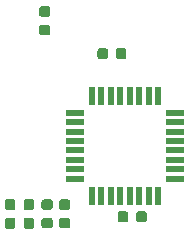
<source format=gbr>
G04 #@! TF.GenerationSoftware,KiCad,Pcbnew,(5.1.5)-3*
G04 #@! TF.CreationDate,2020-06-28T02:30:20+02:00*
G04 #@! TF.ProjectId,XenoGCFlex,58656e6f-4743-4466-9c65-782e6b696361,rev?*
G04 #@! TF.SameCoordinates,Original*
G04 #@! TF.FileFunction,Paste,Top*
G04 #@! TF.FilePolarity,Positive*
%FSLAX46Y46*%
G04 Gerber Fmt 4.6, Leading zero omitted, Abs format (unit mm)*
G04 Created by KiCad (PCBNEW (5.1.5)-3) date 2020-06-28 02:30:20*
%MOMM*%
%LPD*%
G04 APERTURE LIST*
%ADD10R,1.600000X0.550000*%
%ADD11R,0.550000X1.600000*%
%ADD12C,0.100000*%
G04 APERTURE END LIST*
D10*
X145051000Y-75197000D03*
X145051000Y-74397000D03*
X145051000Y-73597000D03*
X145051000Y-72797000D03*
X145051000Y-71997000D03*
X145051000Y-71197000D03*
X145051000Y-70397000D03*
X145051000Y-69597000D03*
D11*
X146501000Y-68147000D03*
X147301000Y-68147000D03*
X148101000Y-68147000D03*
X148901000Y-68147000D03*
X149701000Y-68147000D03*
X150501000Y-68147000D03*
X151301000Y-68147000D03*
X152101000Y-68147000D03*
D10*
X153551000Y-69597000D03*
X153551000Y-70397000D03*
X153551000Y-71197000D03*
X153551000Y-71997000D03*
X153551000Y-72797000D03*
X153551000Y-73597000D03*
X153551000Y-74397000D03*
X153551000Y-75197000D03*
D11*
X152101000Y-76647000D03*
X151301000Y-76647000D03*
X150501000Y-76647000D03*
X149701000Y-76647000D03*
X148901000Y-76647000D03*
X148101000Y-76647000D03*
X147301000Y-76647000D03*
X146501000Y-76647000D03*
D12*
G36*
X142786691Y-62177153D02*
G01*
X142807926Y-62180303D01*
X142828750Y-62185519D01*
X142848962Y-62192751D01*
X142868368Y-62201930D01*
X142886781Y-62212966D01*
X142904024Y-62225754D01*
X142919930Y-62240170D01*
X142934346Y-62256076D01*
X142947134Y-62273319D01*
X142958170Y-62291732D01*
X142967349Y-62311138D01*
X142974581Y-62331350D01*
X142979797Y-62352174D01*
X142982947Y-62373409D01*
X142984000Y-62394850D01*
X142984000Y-62832350D01*
X142982947Y-62853791D01*
X142979797Y-62875026D01*
X142974581Y-62895850D01*
X142967349Y-62916062D01*
X142958170Y-62935468D01*
X142947134Y-62953881D01*
X142934346Y-62971124D01*
X142919930Y-62987030D01*
X142904024Y-63001446D01*
X142886781Y-63014234D01*
X142868368Y-63025270D01*
X142848962Y-63034449D01*
X142828750Y-63041681D01*
X142807926Y-63046897D01*
X142786691Y-63050047D01*
X142765250Y-63051100D01*
X142252750Y-63051100D01*
X142231309Y-63050047D01*
X142210074Y-63046897D01*
X142189250Y-63041681D01*
X142169038Y-63034449D01*
X142149632Y-63025270D01*
X142131219Y-63014234D01*
X142113976Y-63001446D01*
X142098070Y-62987030D01*
X142083654Y-62971124D01*
X142070866Y-62953881D01*
X142059830Y-62935468D01*
X142050651Y-62916062D01*
X142043419Y-62895850D01*
X142038203Y-62875026D01*
X142035053Y-62853791D01*
X142034000Y-62832350D01*
X142034000Y-62394850D01*
X142035053Y-62373409D01*
X142038203Y-62352174D01*
X142043419Y-62331350D01*
X142050651Y-62311138D01*
X142059830Y-62291732D01*
X142070866Y-62273319D01*
X142083654Y-62256076D01*
X142098070Y-62240170D01*
X142113976Y-62225754D01*
X142131219Y-62212966D01*
X142149632Y-62201930D01*
X142169038Y-62192751D01*
X142189250Y-62185519D01*
X142210074Y-62180303D01*
X142231309Y-62177153D01*
X142252750Y-62176100D01*
X142765250Y-62176100D01*
X142786691Y-62177153D01*
G37*
G36*
X142786691Y-60602153D02*
G01*
X142807926Y-60605303D01*
X142828750Y-60610519D01*
X142848962Y-60617751D01*
X142868368Y-60626930D01*
X142886781Y-60637966D01*
X142904024Y-60650754D01*
X142919930Y-60665170D01*
X142934346Y-60681076D01*
X142947134Y-60698319D01*
X142958170Y-60716732D01*
X142967349Y-60736138D01*
X142974581Y-60756350D01*
X142979797Y-60777174D01*
X142982947Y-60798409D01*
X142984000Y-60819850D01*
X142984000Y-61257350D01*
X142982947Y-61278791D01*
X142979797Y-61300026D01*
X142974581Y-61320850D01*
X142967349Y-61341062D01*
X142958170Y-61360468D01*
X142947134Y-61378881D01*
X142934346Y-61396124D01*
X142919930Y-61412030D01*
X142904024Y-61426446D01*
X142886781Y-61439234D01*
X142868368Y-61450270D01*
X142848962Y-61459449D01*
X142828750Y-61466681D01*
X142807926Y-61471897D01*
X142786691Y-61475047D01*
X142765250Y-61476100D01*
X142252750Y-61476100D01*
X142231309Y-61475047D01*
X142210074Y-61471897D01*
X142189250Y-61466681D01*
X142169038Y-61459449D01*
X142149632Y-61450270D01*
X142131219Y-61439234D01*
X142113976Y-61426446D01*
X142098070Y-61412030D01*
X142083654Y-61396124D01*
X142070866Y-61378881D01*
X142059830Y-61360468D01*
X142050651Y-61341062D01*
X142043419Y-61320850D01*
X142038203Y-61300026D01*
X142035053Y-61278791D01*
X142034000Y-61257350D01*
X142034000Y-60819850D01*
X142035053Y-60798409D01*
X142038203Y-60777174D01*
X142043419Y-60756350D01*
X142050651Y-60736138D01*
X142059830Y-60716732D01*
X142070866Y-60698319D01*
X142083654Y-60681076D01*
X142098070Y-60665170D01*
X142113976Y-60650754D01*
X142131219Y-60637966D01*
X142149632Y-60626930D01*
X142169038Y-60617751D01*
X142189250Y-60610519D01*
X142210074Y-60605303D01*
X142231309Y-60602153D01*
X142252750Y-60601100D01*
X142765250Y-60601100D01*
X142786691Y-60602153D01*
G37*
G36*
X142979691Y-78522053D02*
G01*
X143000926Y-78525203D01*
X143021750Y-78530419D01*
X143041962Y-78537651D01*
X143061368Y-78546830D01*
X143079781Y-78557866D01*
X143097024Y-78570654D01*
X143112930Y-78585070D01*
X143127346Y-78600976D01*
X143140134Y-78618219D01*
X143151170Y-78636632D01*
X143160349Y-78656038D01*
X143167581Y-78676250D01*
X143172797Y-78697074D01*
X143175947Y-78718309D01*
X143177000Y-78739750D01*
X143177000Y-79177250D01*
X143175947Y-79198691D01*
X143172797Y-79219926D01*
X143167581Y-79240750D01*
X143160349Y-79260962D01*
X143151170Y-79280368D01*
X143140134Y-79298781D01*
X143127346Y-79316024D01*
X143112930Y-79331930D01*
X143097024Y-79346346D01*
X143079781Y-79359134D01*
X143061368Y-79370170D01*
X143041962Y-79379349D01*
X143021750Y-79386581D01*
X143000926Y-79391797D01*
X142979691Y-79394947D01*
X142958250Y-79396000D01*
X142445750Y-79396000D01*
X142424309Y-79394947D01*
X142403074Y-79391797D01*
X142382250Y-79386581D01*
X142362038Y-79379349D01*
X142342632Y-79370170D01*
X142324219Y-79359134D01*
X142306976Y-79346346D01*
X142291070Y-79331930D01*
X142276654Y-79316024D01*
X142263866Y-79298781D01*
X142252830Y-79280368D01*
X142243651Y-79260962D01*
X142236419Y-79240750D01*
X142231203Y-79219926D01*
X142228053Y-79198691D01*
X142227000Y-79177250D01*
X142227000Y-78739750D01*
X142228053Y-78718309D01*
X142231203Y-78697074D01*
X142236419Y-78676250D01*
X142243651Y-78656038D01*
X142252830Y-78636632D01*
X142263866Y-78618219D01*
X142276654Y-78600976D01*
X142291070Y-78585070D01*
X142306976Y-78570654D01*
X142324219Y-78557866D01*
X142342632Y-78546830D01*
X142362038Y-78537651D01*
X142382250Y-78530419D01*
X142403074Y-78525203D01*
X142424309Y-78522053D01*
X142445750Y-78521000D01*
X142958250Y-78521000D01*
X142979691Y-78522053D01*
G37*
G36*
X142979691Y-76947053D02*
G01*
X143000926Y-76950203D01*
X143021750Y-76955419D01*
X143041962Y-76962651D01*
X143061368Y-76971830D01*
X143079781Y-76982866D01*
X143097024Y-76995654D01*
X143112930Y-77010070D01*
X143127346Y-77025976D01*
X143140134Y-77043219D01*
X143151170Y-77061632D01*
X143160349Y-77081038D01*
X143167581Y-77101250D01*
X143172797Y-77122074D01*
X143175947Y-77143309D01*
X143177000Y-77164750D01*
X143177000Y-77602250D01*
X143175947Y-77623691D01*
X143172797Y-77644926D01*
X143167581Y-77665750D01*
X143160349Y-77685962D01*
X143151170Y-77705368D01*
X143140134Y-77723781D01*
X143127346Y-77741024D01*
X143112930Y-77756930D01*
X143097024Y-77771346D01*
X143079781Y-77784134D01*
X143061368Y-77795170D01*
X143041962Y-77804349D01*
X143021750Y-77811581D01*
X143000926Y-77816797D01*
X142979691Y-77819947D01*
X142958250Y-77821000D01*
X142445750Y-77821000D01*
X142424309Y-77819947D01*
X142403074Y-77816797D01*
X142382250Y-77811581D01*
X142362038Y-77804349D01*
X142342632Y-77795170D01*
X142324219Y-77784134D01*
X142306976Y-77771346D01*
X142291070Y-77756930D01*
X142276654Y-77741024D01*
X142263866Y-77723781D01*
X142252830Y-77705368D01*
X142243651Y-77685962D01*
X142236419Y-77665750D01*
X142231203Y-77644926D01*
X142228053Y-77623691D01*
X142227000Y-77602250D01*
X142227000Y-77164750D01*
X142228053Y-77143309D01*
X142231203Y-77122074D01*
X142236419Y-77101250D01*
X142243651Y-77081038D01*
X142252830Y-77061632D01*
X142263866Y-77043219D01*
X142276654Y-77025976D01*
X142291070Y-77010070D01*
X142306976Y-76995654D01*
X142324219Y-76982866D01*
X142342632Y-76971830D01*
X142362038Y-76962651D01*
X142382250Y-76955419D01*
X142403074Y-76950203D01*
X142424309Y-76947053D01*
X142445750Y-76946000D01*
X142958250Y-76946000D01*
X142979691Y-76947053D01*
G37*
G36*
X144463691Y-78522053D02*
G01*
X144484926Y-78525203D01*
X144505750Y-78530419D01*
X144525962Y-78537651D01*
X144545368Y-78546830D01*
X144563781Y-78557866D01*
X144581024Y-78570654D01*
X144596930Y-78585070D01*
X144611346Y-78600976D01*
X144624134Y-78618219D01*
X144635170Y-78636632D01*
X144644349Y-78656038D01*
X144651581Y-78676250D01*
X144656797Y-78697074D01*
X144659947Y-78718309D01*
X144661000Y-78739750D01*
X144661000Y-79177250D01*
X144659947Y-79198691D01*
X144656797Y-79219926D01*
X144651581Y-79240750D01*
X144644349Y-79260962D01*
X144635170Y-79280368D01*
X144624134Y-79298781D01*
X144611346Y-79316024D01*
X144596930Y-79331930D01*
X144581024Y-79346346D01*
X144563781Y-79359134D01*
X144545368Y-79370170D01*
X144525962Y-79379349D01*
X144505750Y-79386581D01*
X144484926Y-79391797D01*
X144463691Y-79394947D01*
X144442250Y-79396000D01*
X143929750Y-79396000D01*
X143908309Y-79394947D01*
X143887074Y-79391797D01*
X143866250Y-79386581D01*
X143846038Y-79379349D01*
X143826632Y-79370170D01*
X143808219Y-79359134D01*
X143790976Y-79346346D01*
X143775070Y-79331930D01*
X143760654Y-79316024D01*
X143747866Y-79298781D01*
X143736830Y-79280368D01*
X143727651Y-79260962D01*
X143720419Y-79240750D01*
X143715203Y-79219926D01*
X143712053Y-79198691D01*
X143711000Y-79177250D01*
X143711000Y-78739750D01*
X143712053Y-78718309D01*
X143715203Y-78697074D01*
X143720419Y-78676250D01*
X143727651Y-78656038D01*
X143736830Y-78636632D01*
X143747866Y-78618219D01*
X143760654Y-78600976D01*
X143775070Y-78585070D01*
X143790976Y-78570654D01*
X143808219Y-78557866D01*
X143826632Y-78546830D01*
X143846038Y-78537651D01*
X143866250Y-78530419D01*
X143887074Y-78525203D01*
X143908309Y-78522053D01*
X143929750Y-78521000D01*
X144442250Y-78521000D01*
X144463691Y-78522053D01*
G37*
G36*
X144463691Y-76947053D02*
G01*
X144484926Y-76950203D01*
X144505750Y-76955419D01*
X144525962Y-76962651D01*
X144545368Y-76971830D01*
X144563781Y-76982866D01*
X144581024Y-76995654D01*
X144596930Y-77010070D01*
X144611346Y-77025976D01*
X144624134Y-77043219D01*
X144635170Y-77061632D01*
X144644349Y-77081038D01*
X144651581Y-77101250D01*
X144656797Y-77122074D01*
X144659947Y-77143309D01*
X144661000Y-77164750D01*
X144661000Y-77602250D01*
X144659947Y-77623691D01*
X144656797Y-77644926D01*
X144651581Y-77665750D01*
X144644349Y-77685962D01*
X144635170Y-77705368D01*
X144624134Y-77723781D01*
X144611346Y-77741024D01*
X144596930Y-77756930D01*
X144581024Y-77771346D01*
X144563781Y-77784134D01*
X144545368Y-77795170D01*
X144525962Y-77804349D01*
X144505750Y-77811581D01*
X144484926Y-77816797D01*
X144463691Y-77819947D01*
X144442250Y-77821000D01*
X143929750Y-77821000D01*
X143908309Y-77819947D01*
X143887074Y-77816797D01*
X143866250Y-77811581D01*
X143846038Y-77804349D01*
X143826632Y-77795170D01*
X143808219Y-77784134D01*
X143790976Y-77771346D01*
X143775070Y-77756930D01*
X143760654Y-77741024D01*
X143747866Y-77723781D01*
X143736830Y-77705368D01*
X143727651Y-77685962D01*
X143720419Y-77665750D01*
X143715203Y-77644926D01*
X143712053Y-77623691D01*
X143711000Y-77602250D01*
X143711000Y-77164750D01*
X143712053Y-77143309D01*
X143715203Y-77122074D01*
X143720419Y-77101250D01*
X143727651Y-77081038D01*
X143736830Y-77061632D01*
X143747866Y-77043219D01*
X143760654Y-77025976D01*
X143775070Y-77010070D01*
X143790976Y-76995654D01*
X143808219Y-76982866D01*
X143826632Y-76971830D01*
X143846038Y-76962651D01*
X143866250Y-76955419D01*
X143887074Y-76950203D01*
X143908309Y-76947053D01*
X143929750Y-76946000D01*
X144442250Y-76946000D01*
X144463691Y-76947053D01*
G37*
G36*
X141400691Y-76909553D02*
G01*
X141421926Y-76912703D01*
X141442750Y-76917919D01*
X141462962Y-76925151D01*
X141482368Y-76934330D01*
X141500781Y-76945366D01*
X141518024Y-76958154D01*
X141533930Y-76972570D01*
X141548346Y-76988476D01*
X141561134Y-77005719D01*
X141572170Y-77024132D01*
X141581349Y-77043538D01*
X141588581Y-77063750D01*
X141593797Y-77084574D01*
X141596947Y-77105809D01*
X141598000Y-77127250D01*
X141598000Y-77639750D01*
X141596947Y-77661191D01*
X141593797Y-77682426D01*
X141588581Y-77703250D01*
X141581349Y-77723462D01*
X141572170Y-77742868D01*
X141561134Y-77761281D01*
X141548346Y-77778524D01*
X141533930Y-77794430D01*
X141518024Y-77808846D01*
X141500781Y-77821634D01*
X141482368Y-77832670D01*
X141462962Y-77841849D01*
X141442750Y-77849081D01*
X141421926Y-77854297D01*
X141400691Y-77857447D01*
X141379250Y-77858500D01*
X140941750Y-77858500D01*
X140920309Y-77857447D01*
X140899074Y-77854297D01*
X140878250Y-77849081D01*
X140858038Y-77841849D01*
X140838632Y-77832670D01*
X140820219Y-77821634D01*
X140802976Y-77808846D01*
X140787070Y-77794430D01*
X140772654Y-77778524D01*
X140759866Y-77761281D01*
X140748830Y-77742868D01*
X140739651Y-77723462D01*
X140732419Y-77703250D01*
X140727203Y-77682426D01*
X140724053Y-77661191D01*
X140723000Y-77639750D01*
X140723000Y-77127250D01*
X140724053Y-77105809D01*
X140727203Y-77084574D01*
X140732419Y-77063750D01*
X140739651Y-77043538D01*
X140748830Y-77024132D01*
X140759866Y-77005719D01*
X140772654Y-76988476D01*
X140787070Y-76972570D01*
X140802976Y-76958154D01*
X140820219Y-76945366D01*
X140838632Y-76934330D01*
X140858038Y-76925151D01*
X140878250Y-76917919D01*
X140899074Y-76912703D01*
X140920309Y-76909553D01*
X140941750Y-76908500D01*
X141379250Y-76908500D01*
X141400691Y-76909553D01*
G37*
G36*
X139825691Y-76909553D02*
G01*
X139846926Y-76912703D01*
X139867750Y-76917919D01*
X139887962Y-76925151D01*
X139907368Y-76934330D01*
X139925781Y-76945366D01*
X139943024Y-76958154D01*
X139958930Y-76972570D01*
X139973346Y-76988476D01*
X139986134Y-77005719D01*
X139997170Y-77024132D01*
X140006349Y-77043538D01*
X140013581Y-77063750D01*
X140018797Y-77084574D01*
X140021947Y-77105809D01*
X140023000Y-77127250D01*
X140023000Y-77639750D01*
X140021947Y-77661191D01*
X140018797Y-77682426D01*
X140013581Y-77703250D01*
X140006349Y-77723462D01*
X139997170Y-77742868D01*
X139986134Y-77761281D01*
X139973346Y-77778524D01*
X139958930Y-77794430D01*
X139943024Y-77808846D01*
X139925781Y-77821634D01*
X139907368Y-77832670D01*
X139887962Y-77841849D01*
X139867750Y-77849081D01*
X139846926Y-77854297D01*
X139825691Y-77857447D01*
X139804250Y-77858500D01*
X139366750Y-77858500D01*
X139345309Y-77857447D01*
X139324074Y-77854297D01*
X139303250Y-77849081D01*
X139283038Y-77841849D01*
X139263632Y-77832670D01*
X139245219Y-77821634D01*
X139227976Y-77808846D01*
X139212070Y-77794430D01*
X139197654Y-77778524D01*
X139184866Y-77761281D01*
X139173830Y-77742868D01*
X139164651Y-77723462D01*
X139157419Y-77703250D01*
X139152203Y-77682426D01*
X139149053Y-77661191D01*
X139148000Y-77639750D01*
X139148000Y-77127250D01*
X139149053Y-77105809D01*
X139152203Y-77084574D01*
X139157419Y-77063750D01*
X139164651Y-77043538D01*
X139173830Y-77024132D01*
X139184866Y-77005719D01*
X139197654Y-76988476D01*
X139212070Y-76972570D01*
X139227976Y-76958154D01*
X139245219Y-76945366D01*
X139263632Y-76934330D01*
X139283038Y-76925151D01*
X139303250Y-76917919D01*
X139324074Y-76912703D01*
X139345309Y-76909553D01*
X139366750Y-76908500D01*
X139804250Y-76908500D01*
X139825691Y-76909553D01*
G37*
G36*
X141400691Y-78484553D02*
G01*
X141421926Y-78487703D01*
X141442750Y-78492919D01*
X141462962Y-78500151D01*
X141482368Y-78509330D01*
X141500781Y-78520366D01*
X141518024Y-78533154D01*
X141533930Y-78547570D01*
X141548346Y-78563476D01*
X141561134Y-78580719D01*
X141572170Y-78599132D01*
X141581349Y-78618538D01*
X141588581Y-78638750D01*
X141593797Y-78659574D01*
X141596947Y-78680809D01*
X141598000Y-78702250D01*
X141598000Y-79214750D01*
X141596947Y-79236191D01*
X141593797Y-79257426D01*
X141588581Y-79278250D01*
X141581349Y-79298462D01*
X141572170Y-79317868D01*
X141561134Y-79336281D01*
X141548346Y-79353524D01*
X141533930Y-79369430D01*
X141518024Y-79383846D01*
X141500781Y-79396634D01*
X141482368Y-79407670D01*
X141462962Y-79416849D01*
X141442750Y-79424081D01*
X141421926Y-79429297D01*
X141400691Y-79432447D01*
X141379250Y-79433500D01*
X140941750Y-79433500D01*
X140920309Y-79432447D01*
X140899074Y-79429297D01*
X140878250Y-79424081D01*
X140858038Y-79416849D01*
X140838632Y-79407670D01*
X140820219Y-79396634D01*
X140802976Y-79383846D01*
X140787070Y-79369430D01*
X140772654Y-79353524D01*
X140759866Y-79336281D01*
X140748830Y-79317868D01*
X140739651Y-79298462D01*
X140732419Y-79278250D01*
X140727203Y-79257426D01*
X140724053Y-79236191D01*
X140723000Y-79214750D01*
X140723000Y-78702250D01*
X140724053Y-78680809D01*
X140727203Y-78659574D01*
X140732419Y-78638750D01*
X140739651Y-78618538D01*
X140748830Y-78599132D01*
X140759866Y-78580719D01*
X140772654Y-78563476D01*
X140787070Y-78547570D01*
X140802976Y-78533154D01*
X140820219Y-78520366D01*
X140838632Y-78509330D01*
X140858038Y-78500151D01*
X140878250Y-78492919D01*
X140899074Y-78487703D01*
X140920309Y-78484553D01*
X140941750Y-78483500D01*
X141379250Y-78483500D01*
X141400691Y-78484553D01*
G37*
G36*
X139825691Y-78484553D02*
G01*
X139846926Y-78487703D01*
X139867750Y-78492919D01*
X139887962Y-78500151D01*
X139907368Y-78509330D01*
X139925781Y-78520366D01*
X139943024Y-78533154D01*
X139958930Y-78547570D01*
X139973346Y-78563476D01*
X139986134Y-78580719D01*
X139997170Y-78599132D01*
X140006349Y-78618538D01*
X140013581Y-78638750D01*
X140018797Y-78659574D01*
X140021947Y-78680809D01*
X140023000Y-78702250D01*
X140023000Y-79214750D01*
X140021947Y-79236191D01*
X140018797Y-79257426D01*
X140013581Y-79278250D01*
X140006349Y-79298462D01*
X139997170Y-79317868D01*
X139986134Y-79336281D01*
X139973346Y-79353524D01*
X139958930Y-79369430D01*
X139943024Y-79383846D01*
X139925781Y-79396634D01*
X139907368Y-79407670D01*
X139887962Y-79416849D01*
X139867750Y-79424081D01*
X139846926Y-79429297D01*
X139825691Y-79432447D01*
X139804250Y-79433500D01*
X139366750Y-79433500D01*
X139345309Y-79432447D01*
X139324074Y-79429297D01*
X139303250Y-79424081D01*
X139283038Y-79416849D01*
X139263632Y-79407670D01*
X139245219Y-79396634D01*
X139227976Y-79383846D01*
X139212070Y-79369430D01*
X139197654Y-79353524D01*
X139184866Y-79336281D01*
X139173830Y-79317868D01*
X139164651Y-79298462D01*
X139157419Y-79278250D01*
X139152203Y-79257426D01*
X139149053Y-79236191D01*
X139148000Y-79214750D01*
X139148000Y-78702250D01*
X139149053Y-78680809D01*
X139152203Y-78659574D01*
X139157419Y-78638750D01*
X139164651Y-78618538D01*
X139173830Y-78599132D01*
X139184866Y-78580719D01*
X139197654Y-78563476D01*
X139212070Y-78547570D01*
X139227976Y-78533154D01*
X139245219Y-78520366D01*
X139263632Y-78509330D01*
X139283038Y-78500151D01*
X139303250Y-78492919D01*
X139324074Y-78487703D01*
X139345309Y-78484553D01*
X139366750Y-78483500D01*
X139804250Y-78483500D01*
X139825691Y-78484553D01*
G37*
G36*
X147648691Y-64133453D02*
G01*
X147669926Y-64136603D01*
X147690750Y-64141819D01*
X147710962Y-64149051D01*
X147730368Y-64158230D01*
X147748781Y-64169266D01*
X147766024Y-64182054D01*
X147781930Y-64196470D01*
X147796346Y-64212376D01*
X147809134Y-64229619D01*
X147820170Y-64248032D01*
X147829349Y-64267438D01*
X147836581Y-64287650D01*
X147841797Y-64308474D01*
X147844947Y-64329709D01*
X147846000Y-64351150D01*
X147846000Y-64863650D01*
X147844947Y-64885091D01*
X147841797Y-64906326D01*
X147836581Y-64927150D01*
X147829349Y-64947362D01*
X147820170Y-64966768D01*
X147809134Y-64985181D01*
X147796346Y-65002424D01*
X147781930Y-65018330D01*
X147766024Y-65032746D01*
X147748781Y-65045534D01*
X147730368Y-65056570D01*
X147710962Y-65065749D01*
X147690750Y-65072981D01*
X147669926Y-65078197D01*
X147648691Y-65081347D01*
X147627250Y-65082400D01*
X147189750Y-65082400D01*
X147168309Y-65081347D01*
X147147074Y-65078197D01*
X147126250Y-65072981D01*
X147106038Y-65065749D01*
X147086632Y-65056570D01*
X147068219Y-65045534D01*
X147050976Y-65032746D01*
X147035070Y-65018330D01*
X147020654Y-65002424D01*
X147007866Y-64985181D01*
X146996830Y-64966768D01*
X146987651Y-64947362D01*
X146980419Y-64927150D01*
X146975203Y-64906326D01*
X146972053Y-64885091D01*
X146971000Y-64863650D01*
X146971000Y-64351150D01*
X146972053Y-64329709D01*
X146975203Y-64308474D01*
X146980419Y-64287650D01*
X146987651Y-64267438D01*
X146996830Y-64248032D01*
X147007866Y-64229619D01*
X147020654Y-64212376D01*
X147035070Y-64196470D01*
X147050976Y-64182054D01*
X147068219Y-64169266D01*
X147086632Y-64158230D01*
X147106038Y-64149051D01*
X147126250Y-64141819D01*
X147147074Y-64136603D01*
X147168309Y-64133453D01*
X147189750Y-64132400D01*
X147627250Y-64132400D01*
X147648691Y-64133453D01*
G37*
G36*
X149223691Y-64133453D02*
G01*
X149244926Y-64136603D01*
X149265750Y-64141819D01*
X149285962Y-64149051D01*
X149305368Y-64158230D01*
X149323781Y-64169266D01*
X149341024Y-64182054D01*
X149356930Y-64196470D01*
X149371346Y-64212376D01*
X149384134Y-64229619D01*
X149395170Y-64248032D01*
X149404349Y-64267438D01*
X149411581Y-64287650D01*
X149416797Y-64308474D01*
X149419947Y-64329709D01*
X149421000Y-64351150D01*
X149421000Y-64863650D01*
X149419947Y-64885091D01*
X149416797Y-64906326D01*
X149411581Y-64927150D01*
X149404349Y-64947362D01*
X149395170Y-64966768D01*
X149384134Y-64985181D01*
X149371346Y-65002424D01*
X149356930Y-65018330D01*
X149341024Y-65032746D01*
X149323781Y-65045534D01*
X149305368Y-65056570D01*
X149285962Y-65065749D01*
X149265750Y-65072981D01*
X149244926Y-65078197D01*
X149223691Y-65081347D01*
X149202250Y-65082400D01*
X148764750Y-65082400D01*
X148743309Y-65081347D01*
X148722074Y-65078197D01*
X148701250Y-65072981D01*
X148681038Y-65065749D01*
X148661632Y-65056570D01*
X148643219Y-65045534D01*
X148625976Y-65032746D01*
X148610070Y-65018330D01*
X148595654Y-65002424D01*
X148582866Y-64985181D01*
X148571830Y-64966768D01*
X148562651Y-64947362D01*
X148555419Y-64927150D01*
X148550203Y-64906326D01*
X148547053Y-64885091D01*
X148546000Y-64863650D01*
X148546000Y-64351150D01*
X148547053Y-64329709D01*
X148550203Y-64308474D01*
X148555419Y-64287650D01*
X148562651Y-64267438D01*
X148571830Y-64248032D01*
X148582866Y-64229619D01*
X148595654Y-64212376D01*
X148610070Y-64196470D01*
X148625976Y-64182054D01*
X148643219Y-64169266D01*
X148661632Y-64158230D01*
X148681038Y-64149051D01*
X148701250Y-64141819D01*
X148722074Y-64136603D01*
X148743309Y-64133453D01*
X148764750Y-64132400D01*
X149202250Y-64132400D01*
X149223691Y-64133453D01*
G37*
G36*
X149363691Y-77946053D02*
G01*
X149384926Y-77949203D01*
X149405750Y-77954419D01*
X149425962Y-77961651D01*
X149445368Y-77970830D01*
X149463781Y-77981866D01*
X149481024Y-77994654D01*
X149496930Y-78009070D01*
X149511346Y-78024976D01*
X149524134Y-78042219D01*
X149535170Y-78060632D01*
X149544349Y-78080038D01*
X149551581Y-78100250D01*
X149556797Y-78121074D01*
X149559947Y-78142309D01*
X149561000Y-78163750D01*
X149561000Y-78676250D01*
X149559947Y-78697691D01*
X149556797Y-78718926D01*
X149551581Y-78739750D01*
X149544349Y-78759962D01*
X149535170Y-78779368D01*
X149524134Y-78797781D01*
X149511346Y-78815024D01*
X149496930Y-78830930D01*
X149481024Y-78845346D01*
X149463781Y-78858134D01*
X149445368Y-78869170D01*
X149425962Y-78878349D01*
X149405750Y-78885581D01*
X149384926Y-78890797D01*
X149363691Y-78893947D01*
X149342250Y-78895000D01*
X148904750Y-78895000D01*
X148883309Y-78893947D01*
X148862074Y-78890797D01*
X148841250Y-78885581D01*
X148821038Y-78878349D01*
X148801632Y-78869170D01*
X148783219Y-78858134D01*
X148765976Y-78845346D01*
X148750070Y-78830930D01*
X148735654Y-78815024D01*
X148722866Y-78797781D01*
X148711830Y-78779368D01*
X148702651Y-78759962D01*
X148695419Y-78739750D01*
X148690203Y-78718926D01*
X148687053Y-78697691D01*
X148686000Y-78676250D01*
X148686000Y-78163750D01*
X148687053Y-78142309D01*
X148690203Y-78121074D01*
X148695419Y-78100250D01*
X148702651Y-78080038D01*
X148711830Y-78060632D01*
X148722866Y-78042219D01*
X148735654Y-78024976D01*
X148750070Y-78009070D01*
X148765976Y-77994654D01*
X148783219Y-77981866D01*
X148801632Y-77970830D01*
X148821038Y-77961651D01*
X148841250Y-77954419D01*
X148862074Y-77949203D01*
X148883309Y-77946053D01*
X148904750Y-77945000D01*
X149342250Y-77945000D01*
X149363691Y-77946053D01*
G37*
G36*
X150938691Y-77946053D02*
G01*
X150959926Y-77949203D01*
X150980750Y-77954419D01*
X151000962Y-77961651D01*
X151020368Y-77970830D01*
X151038781Y-77981866D01*
X151056024Y-77994654D01*
X151071930Y-78009070D01*
X151086346Y-78024976D01*
X151099134Y-78042219D01*
X151110170Y-78060632D01*
X151119349Y-78080038D01*
X151126581Y-78100250D01*
X151131797Y-78121074D01*
X151134947Y-78142309D01*
X151136000Y-78163750D01*
X151136000Y-78676250D01*
X151134947Y-78697691D01*
X151131797Y-78718926D01*
X151126581Y-78739750D01*
X151119349Y-78759962D01*
X151110170Y-78779368D01*
X151099134Y-78797781D01*
X151086346Y-78815024D01*
X151071930Y-78830930D01*
X151056024Y-78845346D01*
X151038781Y-78858134D01*
X151020368Y-78869170D01*
X151000962Y-78878349D01*
X150980750Y-78885581D01*
X150959926Y-78890797D01*
X150938691Y-78893947D01*
X150917250Y-78895000D01*
X150479750Y-78895000D01*
X150458309Y-78893947D01*
X150437074Y-78890797D01*
X150416250Y-78885581D01*
X150396038Y-78878349D01*
X150376632Y-78869170D01*
X150358219Y-78858134D01*
X150340976Y-78845346D01*
X150325070Y-78830930D01*
X150310654Y-78815024D01*
X150297866Y-78797781D01*
X150286830Y-78779368D01*
X150277651Y-78759962D01*
X150270419Y-78739750D01*
X150265203Y-78718926D01*
X150262053Y-78697691D01*
X150261000Y-78676250D01*
X150261000Y-78163750D01*
X150262053Y-78142309D01*
X150265203Y-78121074D01*
X150270419Y-78100250D01*
X150277651Y-78080038D01*
X150286830Y-78060632D01*
X150297866Y-78042219D01*
X150310654Y-78024976D01*
X150325070Y-78009070D01*
X150340976Y-77994654D01*
X150358219Y-77981866D01*
X150376632Y-77970830D01*
X150396038Y-77961651D01*
X150416250Y-77954419D01*
X150437074Y-77949203D01*
X150458309Y-77946053D01*
X150479750Y-77945000D01*
X150917250Y-77945000D01*
X150938691Y-77946053D01*
G37*
M02*

</source>
